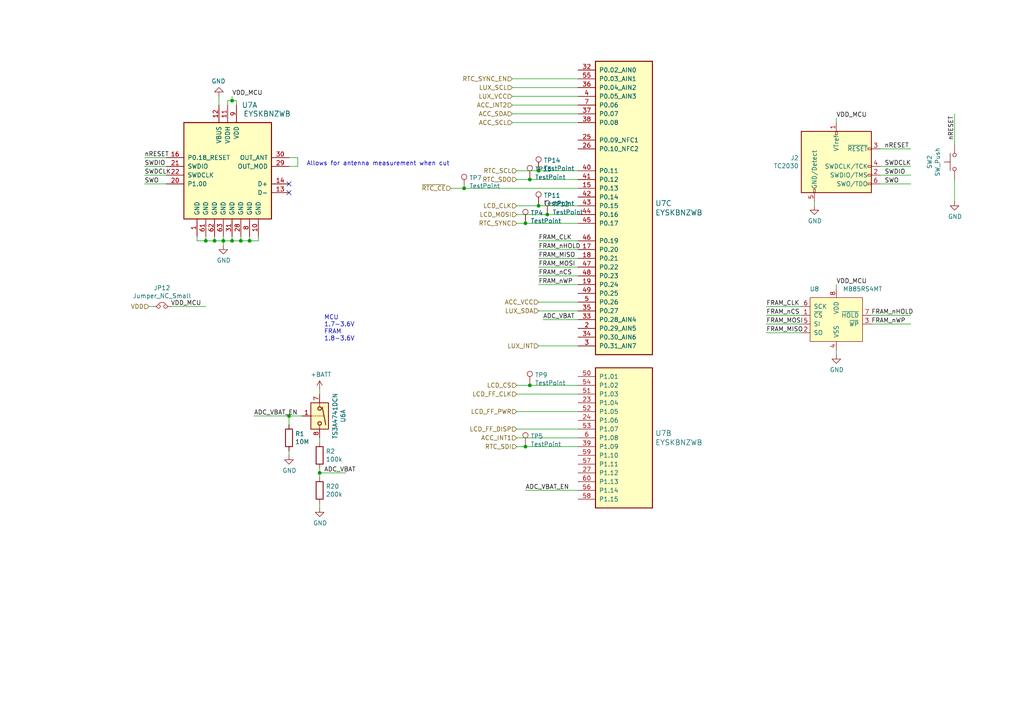
<source format=kicad_sch>
(kicad_sch (version 20211123) (generator eeschema)
  (paper "A4")
  (title_block (title "Microcontroller") (date "2021-11-21") (rev "4.0") (company "TU Delft"))
  (lib_symbols
    (symbol "Connector:TestPoint" (pin_numbers hide) (pin_names (offset 0.762) hide)
      (property "Reference" "TP" (at 0 6.858 0))
      (property "Value" "TestPoint" (at 0 5.08 0))
      (symbol "TestPoint_0_1"
        (circle (center 0 3.302) (radius 0.762))
      )
      (symbol "TestPoint_1_1"
        (pin passive line (at 0 0 90) (length 2.54) (name "1") (number "1"))
      )
    )
    (symbol "Device:Jumper_NC_Small" (pin_numbers hide) (pin_names (offset 0.762) hide)
      (property "Reference" "JP" (at 0 2.032 0))
      (property "Value" "Device_Jumper_NC_Small" (at 0.254 -1.524 0))
      (symbol "Jumper_NC_Small_0_1"
        (circle (center -1.016 0) (radius 0.508))
        (circle (center 1.016 0) (radius 0.508))
        (arc (start 1.016 0.762) (mid 0 1.1828) (end -1.016 0.762))
        (pin passive line (at -2.54 0 0) (length 1.016) (name "1") (number "1"))
        (pin passive line (at 2.54 0 180) (length 1.016) (name "2") (number "2"))
      )
    )
    (symbol "Device:R" (pin_numbers hide) (pin_names (offset 0))
      (property "Reference" "R" (at 2.032 0 90))
      (property "Value" "R" (at 0 0 90))
      (symbol "R_0_1"
        (rectangle (start -1.016 -2.54) (end 1.016 2.54) (stroke (width 0.254)))
      )
      (symbol "R_1_1"
        (pin passive line (at 0 3.81 270) (length 1.27) (name "~") (number "1"))
        (pin passive line (at 0 -3.81 90) (length 1.27) (name "~") (number "2"))
      )
    )
    (symbol "Switch:SW_Push" (pin_numbers hide) (pin_names (offset 1.016) hide)
      (property "Reference" "SW" (at 1.27 2.54 0))
      (property "Value" "SW_Push" (at 0 -1.524 0))
      (symbol "SW_Push_0_1"
        (circle (center -2.032 0) (radius 0.508))
        (polyline (pts (xy 0 1.27) (xy 0 3.048)))
        (polyline (pts (xy 2.54 1.27) (xy -2.54 1.27)))
        (circle (center 2.032 0) (radius 0.508))
        (pin passive line (at -5.08 0 0) (length 2.54) (name "1") (number "1"))
        (pin passive line (at 5.08 0 180) (length 2.54) (name "2") (number "2"))
      )
    )
    (symbol "jaspers_lib:EYSKBNZWB" (pin_names (offset 1.016))
      (property "Reference" "U" (at 5.08 6.35 0))
      (property "Value" "EYSKBNZWB" (at 5.08 3.81 0))
      (symbol "EYSKBNZWB_1_1"
        (rectangle (start 0 -12.7) (end 25.4 -40.64) (stroke (width 0.3048)) (fill (type background)))
        (pin power_in line (at 3.81 -45.72 90) (length 5.08) (name "GND") (number "1"))
        (pin power_in line (at 21.59 -45.72 90) (length 5.08) (name "GND") (number "10"))
        (pin power_in line (at 12.7 -7.62 270) (length 5.08) (name "VDDH") (number "11"))
        (pin power_in line (at 10.16 -7.62 270) (length 5.08) (name "VBUS") (number "12"))
        (pin bidirectional line (at 30.48 -33.02 180) (length 5.08) (name "D-") (number "13"))
        (pin bidirectional line (at 30.48 -30.48 180) (length 5.08) (name "D+") (number "14"))
        (pin tri_state line (at -5.08 -22.86 0) (length 5.08) (name "P0.18_RESET") (number "16"))
        (pin tri_state line (at -5.08 -30.48 0) (length 5.08) (name "P1.00") (number "20"))
        (pin bidirectional line (at -5.08 -25.4 0) (length 5.08) (name "SWDIO") (number "21"))
        (pin input line (at -5.08 -27.94 0) (length 5.08) (name "SWDCLK") (number "22"))
        (pin power_in line (at 16.51 -45.72 90) (length 5.08) (name "GND") (number "28"))
        (pin passive line (at 30.48 -25.4 180) (length 5.08) (name "OUT_MOD") (number "29"))
        (pin passive line (at 30.48 -22.86 180) (length 5.08) (name "OUT_ANT") (number "30"))
        (pin power_in line (at 13.97 -45.72 90) (length 5.08) (name "GND") (number "31"))
        (pin power_in line (at 6.35 -45.72 90) (length 5.08) (name "GND") (number "61"))
        (pin power_in line (at 8.89 -45.72 90) (length 5.08) (name "GND") (number "62"))
        (pin power_in line (at 11.43 -45.72 90) (length 5.08) (name "GND") (number "63"))
        (pin power_in line (at 19.05 -45.72 90) (length 5.08) (name "GND") (number "8"))
        (pin power_in line (at 15.24 -7.62 270) (length 5.08) (name "VDD") (number "9"))
      )
      (symbol "EYSKBNZWB_2_1"
        (rectangle (start 5.08 0) (end 21.59 -40.64) (stroke (width 0.3048)) (fill (type background)))
        (pin tri_state line (at 0 -10.16 0) (length 5.08) (name "P1.04") (number "23"))
        (pin tri_state line (at 0 -15.24 0) (length 5.08) (name "P1.06") (number "24"))
        (pin tri_state line (at 0 -30.48 0) (length 5.08) (name "P1.12") (number "27"))
        (pin tri_state line (at 0 -22.86 0) (length 5.08) (name "P1.09") (number "39"))
        (pin tri_state line (at 0 -2.54 0) (length 5.08) (name "P1.01") (number "50"))
        (pin tri_state line (at 0 -7.62 0) (length 5.08) (name "P1.03") (number "51"))
        (pin tri_state line (at 0 -12.7 0) (length 5.08) (name "P1.05") (number "52"))
        (pin tri_state line (at 0 -17.78 0) (length 5.08) (name "P1.07") (number "53"))
        (pin tri_state line (at 0 -5.08 0) (length 5.08) (name "P1.02") (number "54"))
        (pin tri_state line (at 0 -35.56 0) (length 5.08) (name "P1.14") (number "56"))
        (pin tri_state line (at 0 -27.94 0) (length 5.08) (name "P1.11") (number "57"))
        (pin tri_state line (at 0 -38.1 0) (length 5.08) (name "P1.15") (number "58"))
        (pin tri_state line (at 0 -25.4 0) (length 5.08) (name "P1.10") (number "59"))
        (pin tri_state line (at 0 -20.32 0) (length 5.08) (name "P1.08") (number "6"))
        (pin tri_state line (at 0 -33.02 0) (length 5.08) (name "P1.13") (number "60"))
      )
      (symbol "EYSKBNZWB_3_1"
        (rectangle (start 5.08 0) (end 21.59 -85.09) (stroke (width 0.3048)) (fill (type background)))
        (pin tri_state line (at 0 -36.83 0) (length 5.08) (name "P0.13") (number "15"))
        (pin tri_state line (at 0 -54.61 0) (length 5.08) (name "P0.20") (number "17"))
        (pin tri_state line (at 0 -57.15 0) (length 5.08) (name "P0.21") (number "18"))
        (pin tri_state line (at 0 -64.77 0) (length 5.08) (name "P0.24") (number "19"))
        (pin tri_state line (at 0 -77.47 0) (length 5.08) (name "P0.29_AIN5") (number "2"))
        (pin passive line (at 0 -22.86 0) (length 5.08) (name "P0.09_NFC1") (number "25"))
        (pin passive line (at 0 -25.4 0) (length 5.08) (name "P0.10_NFC2") (number "26"))
        (pin tri_state line (at 0 -82.55 0) (length 5.08) (name "P0.31_AIN7") (number "3"))
        (pin tri_state line (at 0 -2.54 0) (length 5.08) (name "P0.02_AIN0") (number "32"))
        (pin tri_state line (at 0 -74.93 0) (length 5.08) (name "P0.28_AIN4") (number "33"))
        (pin tri_state line (at 0 -80.01 0) (length 5.08) (name "P0.30_AIN6") (number "34"))
        (pin tri_state line (at 0 -72.39 0) (length 5.08) (name "P0.27") (number "35"))
        (pin tri_state line (at 0 -7.62 0) (length 5.08) (name "P0.04_AIN2") (number "36"))
        (pin tri_state line (at 0 -15.24 0) (length 5.08) (name "P0.07") (number "37"))
        (pin tri_state line (at 0 -17.78 0) (length 5.08) (name "P0.08") (number "38"))
        (pin tri_state line (at 0 -10.16 0) (length 5.08) (name "P0.05_AIN3") (number "4"))
        (pin tri_state line (at 0 -31.75 0) (length 5.08) (name "P0.11") (number "40"))
        (pin tri_state line (at 0 -34.29 0) (length 5.08) (name "P0.12") (number "41"))
        (pin tri_state line (at 0 -39.37 0) (length 5.08) (name "P0.14") (number "42"))
        (pin tri_state line (at 0 -41.91 0) (length 5.08) (name "P0.15") (number "43"))
        (pin tri_state line (at 0 -44.45 0) (length 5.08) (name "P0.16") (number "44"))
        (pin tri_state line (at 0 -46.99 0) (length 5.08) (name "P0.17") (number "45"))
        (pin tri_state line (at 0 -52.07 0) (length 5.08) (name "P0.19") (number "46"))
        (pin tri_state line (at 0 -59.69 0) (length 5.08) (name "P0.22") (number "47"))
        (pin tri_state line (at 0 -62.23 0) (length 5.08) (name "P0.23") (number "48"))
        (pin tri_state line (at 0 -67.31 0) (length 5.08) (name "P0.25") (number "49"))
        (pin tri_state line (at 0 -69.85 0) (length 5.08) (name "P0.26") (number "5"))
        (pin tri_state line (at 0 -5.08 0) (length 5.08) (name "P0.03_AIN1") (number "55"))
        (pin tri_state line (at 0 -12.7 0) (length 5.08) (name "P0.06") (number "7"))
      )
    )
    (symbol "jaspers_lib:MB85RS4MT" (pin_names (offset 1.016))
      (property "Reference" "U" (at -8.89 7.62 0))
      (property "Value" "MB85RS4MT" (at -8.89 -8.89 0))
      (symbol "MB85RS4MT_0_0"
        (pin input line (at -10.16 1.27 0) (length 2.54) (name "~{CS}") (number "1"))
        (pin output line (at -10.16 -3.81 0) (length 2.54) (name "SO") (number "2"))
        (pin input line (at 10.16 -1.27 180) (length 2.54) (name "~{WP}") (number "3"))
        (pin power_in line (at 0 -8.89 90) (length 2.54) (name "VSS") (number "4"))
        (pin input line (at -10.16 -1.27 0) (length 2.54) (name "SI") (number "5"))
        (pin input line (at -10.16 3.81 0) (length 2.54) (name "SCK") (number "6"))
        (pin input line (at 10.16 1.27 180) (length 2.54) (name "~{HOLD}") (number "7"))
        (pin power_in line (at 0 8.89 270) (length 2.54) (name "VDD") (number "8"))
      )
      (symbol "MB85RS4MT_0_1"
        (rectangle (start -7.62 6.35) (end 7.62 -6.35) (fill (type background)))
      )
    )
    (symbol "jaspers_lib:TC2030" (pin_names (offset 1.016))
      (property "Reference" "J" (at -2.54 16.51 0))
      (property "Value" "TC2030" (at -2.54 13.97 0))
      (symbol "TC2030_0_1"
        (rectangle (start -10.16 12.7) (end 10.16 -5.08) (stroke (width 0.254)) (fill (type background)))
        (rectangle (start -6.604 -5.08) (end -6.096 -4.064))
        (rectangle (start -0.254 12.7) (end 0.254 11.684))
        (rectangle (start 9.144 2.286) (end 10.16 2.794))
        (rectangle (start 10.16 -2.794) (end 9.144 -2.286))
        (rectangle (start 10.16 -0.254) (end 9.144 0.254))
        (rectangle (start 10.16 7.874) (end 9.144 7.366))
      )
      (symbol "TC2030_1_1"
        (pin power_in line (at 0 15.24 270) (length 2.54) (name "VTref") (number "1"))
        (pin bidirectional line (at 12.7 0 180) (length 2.54) (name "SWDIO/TMS") (number "2"))
        (pin open_collector line (at 12.7 7.62 180) (length 2.54) (name "~{RESET}") (number "3"))
        (pin output line (at 12.7 2.54 180) (length 2.54) (name "SWDCLK/TCK") (number "4"))
        (pin power_in line (at -6.35 -7.62 90) (length 2.54) (name "GND/Detect") (number "5"))
        (pin input line (at 12.7 -2.54 180) (length 2.54) (name "SWO/TDO") (number "6"))
      )
    )
    (symbol "jaspers_lib:TS3A4741DCN" (pin_names (offset 0.254))
      (property "Reference" "U" (at -6.985 12.065 0))
      (property "Value" "TS3A4741DCN" (at -6.35 3.81 0))
      (symbol "TS3A4741DCN_1_1"
        (rectangle (start -3.81 2.54) (end 3.81 -2.54) (stroke (width 0.254)) (fill (type background)))
        (circle (center -2.159 0) (radius 0.508) (stroke (width 0.254)))
        (polyline (pts (xy -5.08 0) (xy -2.794 0)))
        (polyline (pts (xy -2.54 0.762) (xy 2.54 1.778)) (stroke (width 0.254)))
        (polyline (pts (xy 0 -2.54) (xy 0 -2.032)))
        (polyline (pts (xy 0 -1.778) (xy 0 -1.524)))
        (polyline (pts (xy 0 -1.27) (xy 0 -1.016)))
        (polyline (pts (xy 0 -0.762) (xy 0 -0.508)))
        (polyline (pts (xy 0 -0.254) (xy 0 0)))
        (polyline (pts (xy 0 0.254) (xy 0 0.508)))
        (polyline (pts (xy 0 0.762) (xy 0 1.016)))
        (polyline (pts (xy 5.08 0) (xy 2.794 0)))
        (circle (center 2.159 0) (radius 0.508) (stroke (width 0.254)))
        (pin input line (at 0 -5.08 90) (length 2.54) (name "~") (number "1"))
        (pin passive line (at -6.35 0 0) (length 2.54) (name "~") (number "7"))
        (pin passive line (at 6.35 0 180) (length 2.54) (name "~") (number "8"))
      )
      (symbol "TS3A4741DCN_2_1"
        (rectangle (start -3.81 2.54) (end 3.81 -2.54) (stroke (width 0.254)) (fill (type background)))
        (circle (center -2.159 0) (radius 0.508) (stroke (width 0.254)))
        (polyline (pts (xy -5.08 0) (xy -2.794 0)))
        (polyline (pts (xy -2.54 0.762) (xy 2.54 1.778)) (stroke (width 0.254)))
        (polyline (pts (xy 0 -2.54) (xy 0 -2.032)))
        (polyline (pts (xy 0 -1.778) (xy 0 -1.524)))
        (polyline (pts (xy 0 -1.27) (xy 0 -1.016)))
        (polyline (pts (xy 0 -0.762) (xy 0 -0.508)))
        (polyline (pts (xy 0 -0.254) (xy 0 0)))
        (polyline (pts (xy 0 0.254) (xy 0 0.508)))
        (polyline (pts (xy 0 0.762) (xy 0 1.016)))
        (polyline (pts (xy 5.08 0) (xy 2.794 0)))
        (circle (center 2.159 0) (radius 0.508) (stroke (width 0.254)))
        (pin passive line (at 6.35 0 180) (length 2.54) (name "~") (number "3"))
        (pin passive line (at -6.35 0 0) (length 2.54) (name "~") (number "4"))
        (pin input line (at 0 -5.08 90) (length 2.54) (name "~") (number "6"))
      )
      (symbol "TS3A4741DCN_3_1"
        (rectangle (start -7.62 10.16) (end 7.62 -2.54) (stroke (width 0.254)) (fill (type background)))
        (pin power_in line (at 0 12.7 270) (length 2.54) (name "VCC") (number "2"))
        (pin power_in line (at 0 -5.08 90) (length 2.54) (name "GND") (number "5"))
      )
    )
    (symbol "power:+BATT" (power) (pin_names (offset 0))
      (property "Value" "+BATT" (at 0 3.556 0))
      (symbol "+BATT_0_1"
        (polyline (pts (xy -0.762 1.27) (xy 0 2.54)))
        (polyline (pts (xy 0 0) (xy 0 2.54)))
        (polyline (pts (xy 0 2.54) (xy 0.762 1.27)))
      )
      (symbol "+BATT_1_1"
        (pin power_in line (at 0 0 90) (length 0) hide (name "+BATT") (number "1"))
      )
    )
    (symbol "power:GND" (power) (pin_names (offset 0))
      (property "Value" "GND" (at 0 -3.81 0))
      (symbol "GND_0_1"
        (polyline (pts (xy 0 0) (xy 0 -1.27) (xy 1.27 -1.27) (xy 0 -2.54) (xy -1.27 -1.27) (xy 0 -1.27)))
      )
      (symbol "GND_1_1"
        (pin power_in line (at 0 0 270) (length 0) hide (name "GND") (number "1"))
      )
    )
  )
  (junction (at 156.21 59.69))
  (junction (at 92.71 137.16))
  (junction (at 158.75 62.23))
  (junction (at 153.67 52.07))
  (junction (at 152.4 129.54))
  (junction (at 153.67 111.76))
  (junction (at 134.62 54.61))
  (junction (at 67.31 69.85))
  (junction (at 59.69 69.85))
  (junction (at 64.77 69.85))
  (junction (at 156.21 49.53))
  (junction (at 72.39 69.85))
  (junction (at 69.85 69.85))
  (junction (at 62.23 69.85))
  (junction (at 83.82 120.65))
  (junction (at 152.4 64.77))
  (junction (at 67.31 29.21))
  (no_connect (at 83.82 53.34))
  (no_connect (at 83.82 55.88))
  (wire (pts (xy 67.31 68.58) (xy 67.31 69.85)))
  (wire (pts (xy 167.64 49.53) (xy 156.21 49.53)))
  (wire (pts (xy 222.25 91.44) (xy 232.41 91.44)))
  (wire (pts (xy 255.27 50.8) (xy 264.16 50.8)))
  (wire (pts (xy 64.77 69.85) (xy 64.77 71.12)))
  (wire (pts (xy 232.41 88.9) (xy 222.25 88.9)))
  (wire (pts (xy 222.25 96.52) (xy 232.41 96.52)))
  (wire (pts (xy 167.64 72.39) (xy 156.21 72.39)))
  (wire (pts (xy 236.22 58.42) (xy 236.22 59.69)))
  (wire (pts (xy 167.64 27.94) (xy 148.59 27.94)))
  (wire (pts (xy 69.85 68.58) (xy 69.85 69.85)))
  (wire (pts (xy 83.82 130.81) (xy 83.82 132.08)))
  (wire (pts (xy 167.64 80.01) (xy 156.21 80.01)))
  (wire (pts (xy 148.59 25.4) (xy 167.64 25.4)))
  (wire (pts (xy 57.15 69.85) (xy 59.69 69.85)))
  (wire (pts (xy 59.69 69.85) (xy 62.23 69.85)))
  (wire (pts (xy 64.77 68.58) (xy 64.77 69.85)))
  (wire (pts (xy 64.77 69.85) (xy 67.31 69.85)))
  (wire (pts (xy 44.45 88.9) (xy 43.18 88.9)))
  (wire (pts (xy 153.67 52.07) (xy 167.64 52.07)))
  (wire (pts (xy 152.4 129.54) (xy 167.64 129.54)))
  (wire (pts (xy 148.59 30.48) (xy 167.64 30.48)))
  (wire (pts (xy 242.57 82.55) (xy 242.57 83.82)))
  (wire (pts (xy 74.93 69.85) (xy 74.93 68.58)))
  (wire (pts (xy 255.27 43.18) (xy 264.16 43.18)))
  (wire (pts (xy 49.53 88.9) (xy 59.69 88.9)))
  (wire (pts (xy 242.57 101.6) (xy 242.57 102.87)))
  (wire (pts (xy 86.36 45.72) (xy 83.82 45.72)))
  (wire (pts (xy 62.23 69.85) (xy 64.77 69.85)))
  (wire (pts (xy 83.82 48.26) (xy 86.36 48.26)))
  (wire (pts (xy 167.64 100.33) (xy 156.21 100.33)))
  (wire (pts (xy 59.69 68.58) (xy 59.69 69.85)))
  (wire (pts (xy 83.82 120.65) (xy 87.63 120.65)))
  (wire (pts (xy 149.86 111.76) (xy 153.67 111.76)))
  (wire (pts (xy 67.31 29.21) (xy 67.31 27.94)))
  (wire (pts (xy 252.73 93.98) (xy 264.16 93.98)))
  (wire (pts (xy 167.64 82.55) (xy 156.21 82.55)))
  (wire (pts (xy 276.86 41.91) (xy 276.86 33.02)))
  (wire (pts (xy 158.75 62.23) (xy 149.86 62.23)))
  (wire (pts (xy 92.71 137.16) (xy 92.71 135.89)))
  (wire (pts (xy 48.26 53.34) (xy 41.91 53.34)))
  (wire (pts (xy 149.86 119.38) (xy 167.64 119.38)))
  (wire (pts (xy 242.57 35.56) (xy 242.57 34.29)))
  (wire (pts (xy 148.59 35.56) (xy 167.64 35.56)))
  (wire (pts (xy 148.59 33.02) (xy 167.64 33.02)))
  (wire (pts (xy 276.86 52.07) (xy 276.86 58.42)))
  (wire (pts (xy 68.58 29.21) (xy 68.58 30.48)))
  (wire (pts (xy 255.27 48.26) (xy 264.16 48.26)))
  (wire (pts (xy 149.86 64.77) (xy 152.4 64.77)))
  (wire (pts (xy 69.85 69.85) (xy 72.39 69.85)))
  (wire (pts (xy 66.04 29.21) (xy 67.31 29.21)))
  (wire (pts (xy 148.59 22.86) (xy 167.64 22.86)))
  (wire (pts (xy 72.39 69.85) (xy 74.93 69.85)))
  (wire (pts (xy 57.15 68.58) (xy 57.15 69.85)))
  (wire (pts (xy 167.64 74.93) (xy 156.21 74.93)))
  (wire (pts (xy 66.04 30.48) (xy 66.04 29.21)))
  (wire (pts (xy 48.26 50.8) (xy 41.91 50.8)))
  (wire (pts (xy 167.64 87.63) (xy 156.21 87.63)))
  (wire (pts (xy 167.64 69.85) (xy 156.21 69.85)))
  (wire (pts (xy 92.71 147.32) (xy 92.71 146.05)))
  (wire (pts (xy 157.48 92.71) (xy 167.64 92.71)))
  (wire (pts (xy 167.64 127) (xy 149.86 127)))
  (wire (pts (xy 63.5 27.94) (xy 63.5 30.48)))
  (wire (pts (xy 67.31 69.85) (xy 69.85 69.85)))
  (wire (pts (xy 67.31 29.21) (xy 68.58 29.21)))
  (wire (pts (xy 41.91 45.72) (xy 48.26 45.72)))
  (wire (pts (xy 153.67 111.76) (xy 167.64 111.76)))
  (wire (pts (xy 149.86 129.54) (xy 152.4 129.54)))
  (wire (pts (xy 149.86 114.3) (xy 167.64 114.3)))
  (wire (pts (xy 92.71 113.03) (xy 92.71 114.3)))
  (wire (pts (xy 72.39 68.58) (xy 72.39 69.85)))
  (wire (pts (xy 48.26 48.26) (xy 41.91 48.26)))
  (wire (pts (xy 252.73 91.44) (xy 264.16 91.44)))
  (wire (pts (xy 134.62 54.61) (xy 167.64 54.61)))
  (wire (pts (xy 232.41 93.98) (xy 222.25 93.98)))
  (wire (pts (xy 158.75 62.23) (xy 167.64 62.23)))
  (wire (pts (xy 156.21 90.17) (xy 167.64 90.17)))
  (wire (pts (xy 86.36 48.26) (xy 86.36 45.72)))
  (wire (pts (xy 149.86 49.53) (xy 156.21 49.53)))
  (wire (pts (xy 152.4 142.24) (xy 167.64 142.24)))
  (wire (pts (xy 153.67 52.07) (xy 149.86 52.07)))
  (wire (pts (xy 83.82 120.65) (xy 83.82 123.19)))
  (wire (pts (xy 167.64 77.47) (xy 156.21 77.47)))
  (wire (pts (xy 130.81 54.61) (xy 134.62 54.61)))
  (wire (pts (xy 156.21 59.69) (xy 167.64 59.69)))
  (wire (pts (xy 83.82 120.65) (xy 73.66 120.65)))
  (wire (pts (xy 92.71 128.27) (xy 92.71 127)))
  (wire (pts (xy 62.23 68.58) (xy 62.23 69.85)))
  (wire (pts (xy 149.86 59.69) (xy 156.21 59.69)))
  (wire (pts (xy 92.71 137.16) (xy 100.33 137.16)))
  (wire (pts (xy 255.27 53.34) (xy 264.16 53.34)))
  (wire (pts (xy 92.71 138.43) (xy 92.71 137.16)))
  (wire (pts (xy 152.4 64.77) (xy 167.64 64.77)))
  (wire (pts (xy 167.64 124.46) (xy 149.86 124.46)))
  (text "MCU\n1.7-3.6V\nFRAM\n1.8-3.6V" (at 93.98 99.06 0) (effects (font (size 1.27 1.27)) (justify left bottom)))
  (text "Allows for antenna measurement when cut" (at 88.9 48.26 0) (effects (font (size 1.27 1.27)) (justify left bottom)))
  (label "FRAM_CLK" (at 222.25 88.9 0))
  (label "FRAM_nHOLD" (at 252.73 91.44 0))
  (label "FRAM_nHOLD" (at 156.21 72.39 0))
  (label "ADC_VBAT_EN" (at 152.4 142.24 0))
  (label "VDD_MCU" (at 49.53 88.9 0))
  (label "FRAM_MOSI" (at 222.25 93.98 0))
  (label "VDD_MCU" (at 67.31 27.94 0))
  (label "FRAM_nWP" (at 156.21 82.55 0))
  (label "SWDCLK" (at 41.91 50.8 0))
  (label "FRAM_MISO" (at 156.21 74.93 0))
  (label "FRAM_nCS" (at 156.21 80.01 0))
  (label "nRESET" (at 256.54 43.18 0))
  (label "SWDIO" (at 256.54 50.8 0))
  (label "VDD_MCU" (at 242.57 82.55 0))
  (label "SWDIO" (at 41.91 48.26 0))
  (label "FRAM_nWP" (at 252.73 93.98 0))
  (label "FRAM_CLK" (at 156.21 69.85 0))
  (label "FRAM_nCS" (at 222.25 91.44 0))
  (label "FRAM_MOSI" (at 156.21 77.47 0))
  (label "VDD_MCU" (at 242.57 34.29 0))
  (label "ADC_VBAT" (at 157.48 92.71 0))
  (label "FRAM_MISO" (at 222.25 96.52 0))
  (label "ADC_VBAT" (at 93.98 137.16 0))
  (label "nRESET" (at 276.86 40.64 90))
  (label "SWO" (at 256.54 53.34 0))
  (label "nRESET" (at 41.91 45.72 0))
  (label "SWDCLK" (at 256.54 48.26 0))
  (label "ADC_VBAT_EN" (at 73.66 120.65 0))
  (label "SWO" (at 41.91 53.34 0))
  (hierarchical_label "ACC_SCL" (shape input) (at 148.59 35.56 180))
  (hierarchical_label "ACC_SDA" (shape input) (at 148.59 33.02 180))
  (hierarchical_label "LCD_MOSI" (shape input) (at 149.86 62.23 180))
  (hierarchical_label "~{RTC_CE}" (shape input) (at 130.81 54.61 180))
  (hierarchical_label "ACC_VCC" (shape input) (at 156.21 87.63 180))
  (hierarchical_label "LCD_FF_CLK" (shape input) (at 149.86 114.3 180))
  (hierarchical_label "ACC_INT1" (shape input) (at 149.86 127 180))
  (hierarchical_label "LUX_SCL" (shape input) (at 148.59 25.4 180))
  (hierarchical_label "RTC_SCL" (shape input) (at 149.86 49.53 180))
  (hierarchical_label "LUX_VCC" (shape input) (at 148.59 27.94 180))
  (hierarchical_label "LCD_CLK" (shape input) (at 149.86 59.69 180))
  (hierarchical_label "RTC_SDO" (shape input) (at 149.86 52.07 180))
  (hierarchical_label "LUX_SDA" (shape input) (at 156.21 90.17 180))
  (hierarchical_label "LUX_INT" (shape input) (at 156.21 100.33 180))
  (hierarchical_label "RTC_SYNC_EN" (shape input) (at 148.59 22.86 180))
  (hierarchical_label "LCD_FF_PWR" (shape input) (at 149.86 119.38 180))
  (hierarchical_label "LCD_FF_DISP" (shape input) (at 149.86 124.46 180))
  (hierarchical_label "VDD" (shape input) (at 43.18 88.9 180))
  (hierarchical_label "LCD_CS" (shape input) (at 149.86 111.76 180))
  (hierarchical_label "RTC_SYNC" (shape input) (at 149.86 64.77 180))
  (hierarchical_label "ACC_INT2" (shape input) (at 148.59 30.48 180))
  (hierarchical_label "RTC_SDI" (shape input) (at 149.86 129.54 180))
  (symbol (lib_id "jaspers_lib:EYSKBNZWB") (at 167.64 106.68 0) (unit 2)
    (property "Reference" "U7" (at 190.0174 125.6538 0) (effects (font (size 1.524 1.524)) (justify left)))
    (property "Value" "EYSKBNZWB" (at 190.0174 128.3462 0) (effects (font (size 1.524 1.524)) (justify left)))
    (property "Footprint" "jaspers_footprints:EYSKBNZWB" (effects hide))
    (property "Datasheet" "https://www.yuden.co.jp/jp/product/category/module/lineup/cms/wp-content/uploads/2020/01/TY_BLE_EYSKBNZWB_DataReport_V1_0_20190227E.pdf" (effects hide))
    (property "MPN" "EYSKBNZWB" (effects hide))
  )
  (symbol (lib_id "jaspers_lib:EYSKBNZWB") (at 167.64 17.78 0) (unit 3)
    (property "Reference" "U7" (at 190.0174 58.9788 0) (effects (font (size 1.524 1.524)) (justify left)))
    (property "Value" "EYSKBNZWB" (at 190.0174 61.6712 0) (effects (font (size 1.524 1.524)) (justify left)))
    (property "Footprint" "jaspers_footprints:EYSKBNZWB" (effects hide))
    (property "Datasheet" "https://www.yuden.co.jp/jp/product/category/module/lineup/cms/wp-content/uploads/2020/01/TY_BLE_EYSKBNZWB_DataReport_V1_0_20190227E.pdf" (effects hide))
    (property "MPN" "EYSKBNZWB" (effects hide))
  )
  (symbol (lib_id "jaspers_lib:EYSKBNZWB") (at 53.34 22.86 0) (unit 1)
    (property "Reference" "U7" (at 72.39 30.48 0) (effects (font (size 1.524 1.524))))
    (property "Value" "EYSKBNZWB" (at 77.47 33.02 0) (effects (font (size 1.524 1.524))))
    (property "Footprint" "jaspers_footprints:EYSKBNZWB" (effects hide))
    (property "Datasheet" "https://www.yuden.co.jp/jp/product/category/module/lineup/cms/wp-content/uploads/2020/01/TY_BLE_EYSKBNZWB_DataReport_V1_0_20190227E.pdf" (effects hide))
    (property "MPN" "EYSKBNZWB" (effects hide))
  )
  (symbol (lib_id "jaspers_lib:MB85RS4MT") (at 242.57 92.71 0) (unit 1)
    (property "Reference" "U8" (at 236.22 83.82 0))
    (property "Value" "MB85RS4MT" (at 250.19 83.82 0))
    (property "Footprint" "Package_SO:SO-8_5.3x6.2mm_P1.27mm" (effects hide))
    (property "Datasheet" "https://www.fujitsu.com/global/documents/products/devices/semiconductor/fram/lineup/MB85RS4MT-DS501-00053-1v0-E.pdf" (effects hide))
    (property "MPN" "MB85RS4MT" (effects hide))
  )
  (symbol (lib_id "Connector:TestPoint") (at 153.67 111.76 0) (unit 1)
    (property "Reference" "TP9" (at 155.1432 108.7628 0) (effects (justify left)))
    (property "Value" "TestPoint" (at 155.1432 111.0742 0) (effects (justify left)))
    (property "Footprint" "jaspers_footprints:SMOX_PCB_TESTPOINT" (effects hide))
    (property "MPN" "SMOX/060/B1/HT " (effects hide))
  )
  (symbol (lib_id "Connector:TestPoint") (at 156.21 59.69 0) (unit 1)
    (property "Reference" "TP11" (at 157.6832 56.6928 0) (effects (justify left)))
    (property "Value" "TestPoint" (at 157.6832 59.0042 0) (effects (justify left)))
    (property "Footprint" "jaspers_footprints:SMOX_PCB_TESTPOINT" (effects hide))
    (property "MPN" "SMOX/060/B1/HT " (effects hide))
  )
  (symbol (lib_id "Connector:TestPoint") (at 158.75 62.23 0) (unit 1)
    (property "Reference" "TP12" (at 160.2232 59.2328 0) (effects (justify left)))
    (property "Value" "TestPoint" (at 160.2232 61.5442 0) (effects (justify left)))
    (property "Footprint" "jaspers_footprints:SMOX_PCB_TESTPOINT" (effects hide))
    (property "MPN" "SMOX/060/B1/HT " (effects hide))
  )
  (symbol (lib_id "Connector:TestPoint") (at 153.67 52.07 0) (unit 1)
    (property "Reference" "TP13" (at 155.1432 49.0728 0) (effects (justify left)))
    (property "Value" "TestPoint" (at 155.1432 51.3842 0) (effects (justify left)))
    (property "Footprint" "jaspers_footprints:SMOX_PCB_TESTPOINT" (effects hide))
    (property "MPN" "SMOX/060/B1/HT " (effects hide))
  )
  (symbol (lib_id "Connector:TestPoint") (at 156.21 49.53 0) (unit 1)
    (property "Reference" "TP14" (at 157.6832 46.5328 0) (effects (justify left)))
    (property "Value" "TestPoint" (at 157.6832 48.8442 0) (effects (justify left)))
    (property "Footprint" "jaspers_footprints:SMOX_PCB_TESTPOINT" (effects hide))
    (property "MPN" "SMOX/060/B1/HT " (effects hide))
  )
  (symbol (lib_id "Switch:SW_Push") (at 276.86 46.99 90) (unit 1)
    (property "Reference" "SW2" (at 269.621 46.99 0))
    (property "Value" "SW_Push" (at 271.9324 46.99 0))
    (property "Footprint" "Button_Switch_SMD:SW_SPST_B3U-1000P" (effects hide))
    (property "MPN" "B3U-1000P" (effects hide))
  )
  (symbol (lib_id "power:GND") (at 276.86 58.42 0) (unit 1)
    (property "Reference" "#PWR028" (effects hide))
    (property "Value" "GND" (at 276.987 62.8142 0))
  )
  (symbol (lib_id "Connector:TestPoint") (at 152.4 64.77 0) (unit 1)
    (property "Reference" "TP4" (at 153.8732 61.7728 0) (effects (justify left)))
    (property "Value" "TestPoint" (at 153.8732 64.0842 0) (effects (justify left)))
    (property "Footprint" "jaspers_footprints:SMOX_PCB_TESTPOINT" (effects hide))
    (property "MPN" "SMOX/060/B1/HT " (effects hide))
  )
  (symbol (lib_id "power:GND") (at 64.77 71.12 0) (unit 1)
    (property "Reference" "#PWR012" (effects hide))
    (property "Value" "GND" (at 64.897 75.5142 0))
  )
  (symbol (lib_id "power:GND") (at 242.57 102.87 0) (unit 1)
    (property "Reference" "#PWR020" (effects hide))
    (property "Value" "GND" (at 242.697 107.2642 0))
  )
  (symbol (lib_id "power:GND") (at 63.5 27.94 180) (unit 1)
    (property "Reference" "#PWR011" (effects hide))
    (property "Value" "GND" (at 63.373 23.5458 0))
  )
  (symbol (lib_id "Device:Jumper_NC_Small") (at 46.99 88.9 0) (unit 1)
    (property "Reference" "JP12" (at 46.99 83.5152 0))
    (property "Value" "Jumper_NC_Small" (at 46.99 85.8266 0))
    (property "Footprint" "jaspers_footprints:SolderJumper-small-nc" (effects hide))
    (property "MPN" "-" (effects hide))
  )
  (symbol (lib_id "Connector:TestPoint") (at 152.4 129.54 0) (unit 1)
    (property "Reference" "TP5" (at 153.8732 126.5428 0) (effects (justify left)))
    (property "Value" "TestPoint" (at 153.8732 128.8542 0) (effects (justify left)))
    (property "Footprint" "jaspers_footprints:SMOX_PCB_TESTPOINT" (effects hide))
    (property "MPN" "SMOX/060/B1/HT " (effects hide))
  )
  (symbol (lib_id "power:+BATT") (at 92.71 113.03 0) (unit 1)
    (property "Reference" "#PWR0103" (effects hide))
    (property "Value" "+BATT" (at 93.091 108.6358 0))
  )
  (symbol (lib_id "Device:R") (at 92.71 132.08 0) (unit 1)
    (property "Reference" "R2" (at 94.488 130.9116 0) (effects (justify left)))
    (property "Value" "100k" (at 94.488 133.223 0) (effects (justify left)))
    (property "Footprint" "Resistor_SMD:R_0402_1005Metric" (effects hide))
    (property "MPN" "RC0402FR-07100KL" (effects hide))
  )
  (symbol (lib_id "Device:R") (at 92.71 142.24 0) (unit 1)
    (property "Reference" "R20" (at 94.488 141.0716 0) (effects (justify left)))
    (property "Value" "200k" (at 94.488 143.383 0) (effects (justify left)))
    (property "Footprint" "Resistor_SMD:R_0402_1005Metric" (effects hide))
    (property "MPN" "RC0402FR-07200KL" (effects hide))
  )
  (symbol (lib_id "power:GND") (at 92.71 147.32 0) (unit 1)
    (property "Reference" "#PWR0104" (effects hide))
    (property "Value" "GND" (at 92.837 151.7142 0))
  )
  (symbol (lib_id "Device:R") (at 83.82 127 0) (unit 1)
    (property "Reference" "R1" (at 85.598 125.8316 0) (effects (justify left)))
    (property "Value" "10M" (at 85.598 128.143 0) (effects (justify left)))
    (property "Footprint" "Resistor_SMD:R_0402_1005Metric" (effects hide))
    (property "MPN" "RC0402FR-0710ML" (effects hide))
  )
  (symbol (lib_id "power:GND") (at 83.82 132.08 0) (unit 1)
    (property "Reference" "#PWR0115" (effects hide))
    (property "Value" "GND" (at 83.947 136.4742 0))
  )
  (symbol (lib_id "jaspers_lib:TS3A4741DCN") (at 92.71 120.65 270) (unit 1)
    (property "Reference" "U6" (at 99.4918 120.65 0))
    (property "Value" "TS3A4741DCN" (at 97.1804 120.65 0))
    (property "Footprint" "Package_TO_SOT_SMD:SOT-23-8" (effects hide))
    (property "Datasheet" "http://www.ti.com/lit/ds/symlink/ts3a4741.pdf" (effects hide))
    (property "MPN" "TS3A4741DCN" (effects hide))
  )
  (symbol (lib_id "Connector:TestPoint") (at 134.62 54.61 0) (unit 1)
    (property "Reference" "TP7" (at 136.0932 51.6128 0) (effects (justify left)))
    (property "Value" "TestPoint" (at 136.0932 53.9242 0) (effects (justify left)))
    (property "Footprint" "jaspers_footprints:SMOX_PCB_TESTPOINT" (effects hide))
    (property "MPN" "SMOX/060/B1/HT " (effects hide))
  )
  (symbol (lib_id "jaspers_lib:TC2030") (at 242.57 50.8 0) (unit 1)
    (property "Reference" "J2" (at 231.6734 45.8216 0) (effects (justify right)))
    (property "Value" "TC2030" (at 231.6734 48.133 0) (effects (justify right)))
    (property "Footprint" "Connector:Tag-Connect_TC2030-IDC-NL_2x03_P1.27mm_Vertical" (effects hide))
    (property "Datasheet" "http://infocenter.arm.com/help/topic/com.arm.doc.ddi0314h/DDI0314H_coresight_components_trm.pdf" (effects hide))
    (property "MPN" "-" (effects hide))
  )
  (symbol (lib_id "power:GND") (at 236.22 59.69 0) (unit 1)
    (property "Reference" "#PWR0114" (effects hide))
    (property "Value" "GND" (at 236.347 64.0842 0))
  )
)
</source>
